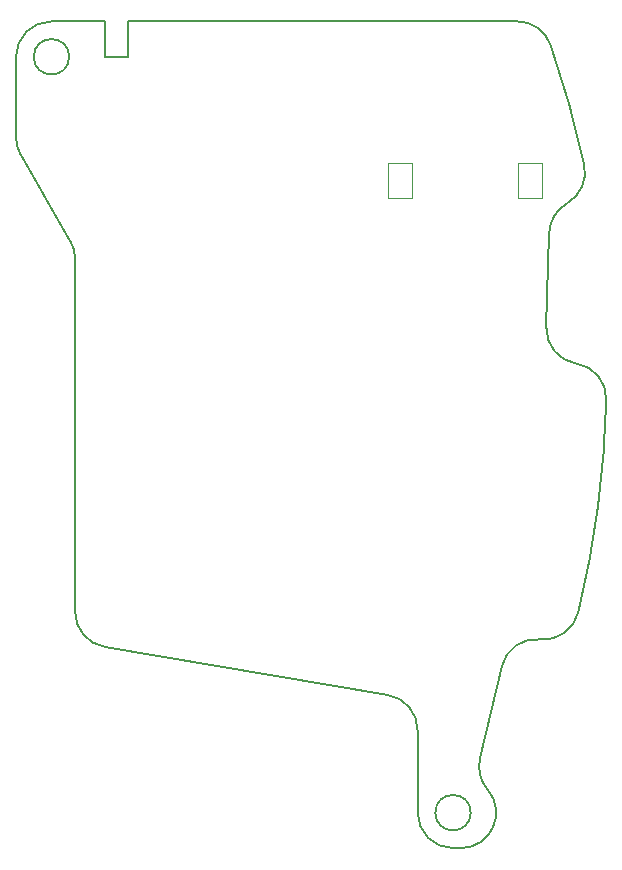
<source format=gbr>
%TF.GenerationSoftware,KiCad,Pcbnew,(6.0.8)*%
%TF.CreationDate,2023-04-16T02:33:25+09:00*%
%TF.ProjectId,ORION_sub_v2,4f52494f-4e5f-4737-9562-5f76322e6b69,rev?*%
%TF.SameCoordinates,Original*%
%TF.FileFunction,Profile,NP*%
%FSLAX46Y46*%
G04 Gerber Fmt 4.6, Leading zero omitted, Abs format (unit mm)*
G04 Created by KiCad (PCBNEW (6.0.8)) date 2023-04-16 02:33:25*
%MOMM*%
%LPD*%
G01*
G04 APERTURE LIST*
%TA.AperFunction,Profile*%
%ADD10C,0.200000*%
%TD*%
%TA.AperFunction,Profile*%
%ADD11C,0.100000*%
%TD*%
G04 APERTURE END LIST*
D10*
X95996744Y-107457488D02*
X120003256Y-111542512D01*
X96000000Y-57500000D02*
X96000000Y-54500000D01*
X122500000Y-121500000D02*
G75*
G03*
X125500000Y-124500000I3000000J0D01*
G01*
X133760108Y-56512191D02*
G75*
G03*
X130927385Y-54500000I-2832708J-987809D01*
G01*
X88500000Y-57500000D02*
X88500000Y-64317931D01*
X98000000Y-57500000D02*
X96000000Y-57500000D01*
X122500000Y-114500000D02*
G75*
G03*
X120003256Y-111542512I-3000000J0D01*
G01*
X91500000Y-54500000D02*
G75*
G03*
X88500000Y-57500000I0J-3000000D01*
G01*
X88901924Y-65817931D02*
X93098076Y-73085880D01*
X125500000Y-124500000D02*
X126153195Y-124500000D01*
X132866960Y-106824531D02*
G75*
G03*
X136101625Y-104549228I319340J2982931D01*
G01*
X138476194Y-86512807D02*
G75*
G03*
X135940616Y-83477805I-2999194J71007D01*
G01*
X136101625Y-104549228D02*
G75*
G03*
X138476165Y-86512806I-82601625J20049228D01*
G01*
X93500000Y-104500000D02*
G75*
G03*
X95996744Y-107457488I3000000J0D01*
G01*
X135158481Y-69909201D02*
G75*
G03*
X133642254Y-72428578I1482419J-2608099D01*
G01*
X122500000Y-114500000D02*
X122500000Y-121500000D01*
X88499985Y-64317931D02*
G75*
G03*
X88901924Y-65817931I3000015J31D01*
G01*
X126153195Y-124499996D02*
G75*
G03*
X128429919Y-119546407I5J2999996D01*
G01*
X98000000Y-54500000D02*
X98000000Y-57500000D01*
X93000000Y-57500000D02*
G75*
G03*
X93000000Y-57500000I-1500000J0D01*
G01*
X135158507Y-69909246D02*
G75*
G03*
X136609310Y-66671859I-1482507J2608146D01*
G01*
X127000000Y-121500000D02*
G75*
G03*
X127000000Y-121500000I-1500000J0D01*
G01*
X127787159Y-116902440D02*
X129628156Y-109117150D01*
X93500010Y-74585880D02*
G75*
G03*
X93098076Y-73085880I-3000010J-20D01*
G01*
D11*
X120000000Y-66500000D02*
X122000000Y-66500000D01*
X122000000Y-66500000D02*
X122000000Y-69500000D01*
X122000000Y-69500000D02*
X120000000Y-69500000D01*
X120000000Y-69500000D02*
X120000000Y-66500000D01*
D10*
X130927385Y-54500000D02*
X98000000Y-54500000D01*
X96000000Y-54500000D02*
X91500000Y-54500000D01*
X93500000Y-74585880D02*
X93500000Y-104500000D01*
X133405539Y-80425075D02*
X133642254Y-72428578D01*
X127787139Y-116902435D02*
G75*
G03*
X128429919Y-119546407I2919461J-690365D01*
G01*
D11*
X131000000Y-66500000D02*
X133000000Y-66500000D01*
X133000000Y-66500000D02*
X133000000Y-69500000D01*
X133000000Y-69500000D02*
X131000000Y-69500000D01*
X131000000Y-69500000D02*
X131000000Y-66500000D01*
D10*
X136609312Y-66671859D02*
G75*
G03*
X133760095Y-56512195I-83110312J-17828441D01*
G01*
X133405473Y-80425073D02*
G75*
G03*
X135940616Y-83477805I2998727J-88727D01*
G01*
X132866953Y-106824590D02*
G75*
G03*
X129628156Y-109117150I-319353J-2982910D01*
G01*
M02*

</source>
